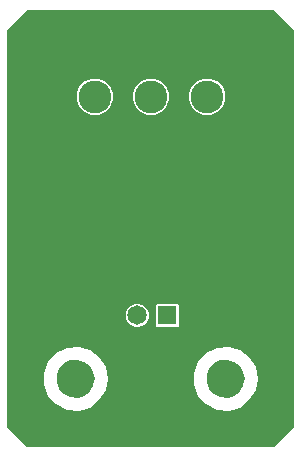
<source format=gbr>
G04 EAGLE Gerber RS-274X export*
G75*
%MOMM*%
%FSLAX34Y34*%
%LPD*%
%INBottom Copper*%
%IPPOS*%
%AMOC8*
5,1,8,0,0,1.08239X$1,22.5*%
G01*
%ADD10C,2.775000*%
%ADD11R,1.650000X1.650000*%
%ADD12C,1.650000*%

G36*
X231460Y5603D02*
X231460Y5603D01*
X231551Y5611D01*
X231581Y5623D01*
X231612Y5628D01*
X231693Y5671D01*
X231777Y5707D01*
X231809Y5733D01*
X231830Y5744D01*
X231852Y5767D01*
X231908Y5812D01*
X248188Y22092D01*
X248241Y22166D01*
X248301Y22235D01*
X248313Y22266D01*
X248332Y22292D01*
X248359Y22379D01*
X248393Y22464D01*
X248397Y22504D01*
X248404Y22527D01*
X248403Y22559D01*
X248411Y22630D01*
X248411Y358370D01*
X248397Y358460D01*
X248389Y358551D01*
X248377Y358581D01*
X248372Y358613D01*
X248329Y358693D01*
X248293Y358777D01*
X248267Y358809D01*
X248256Y358830D01*
X248233Y358852D01*
X248188Y358908D01*
X231908Y375188D01*
X231834Y375241D01*
X231765Y375301D01*
X231734Y375313D01*
X231708Y375332D01*
X231621Y375359D01*
X231536Y375393D01*
X231496Y375397D01*
X231473Y375404D01*
X231441Y375403D01*
X231370Y375411D01*
X22630Y375411D01*
X22540Y375397D01*
X22449Y375389D01*
X22419Y375377D01*
X22388Y375372D01*
X22307Y375329D01*
X22223Y375293D01*
X22191Y375267D01*
X22170Y375256D01*
X22148Y375233D01*
X22092Y375188D01*
X5812Y358908D01*
X5759Y358834D01*
X5699Y358765D01*
X5687Y358734D01*
X5668Y358708D01*
X5641Y358621D01*
X5607Y358536D01*
X5603Y358496D01*
X5596Y358473D01*
X5597Y358441D01*
X5589Y358370D01*
X5589Y22630D01*
X5603Y22540D01*
X5611Y22449D01*
X5623Y22419D01*
X5628Y22388D01*
X5671Y22307D01*
X5707Y22223D01*
X5733Y22191D01*
X5744Y22170D01*
X5767Y22148D01*
X5812Y22092D01*
X22092Y5812D01*
X22166Y5759D01*
X22235Y5699D01*
X22266Y5687D01*
X22292Y5668D01*
X22379Y5641D01*
X22464Y5607D01*
X22504Y5603D01*
X22527Y5596D01*
X22559Y5597D01*
X22630Y5589D01*
X231370Y5589D01*
X231460Y5603D01*
G37*
%LPC*%
G36*
X183022Y37218D02*
X183022Y37218D01*
X174033Y41694D01*
X167267Y49115D01*
X163640Y58479D01*
X163640Y68521D01*
X167267Y77885D01*
X174033Y85306D01*
X183022Y89782D01*
X193021Y90709D01*
X202680Y87961D01*
X210694Y81909D01*
X215980Y73371D01*
X217826Y63500D01*
X215980Y53629D01*
X210694Y45091D01*
X202680Y39039D01*
X193021Y36291D01*
X183022Y37218D01*
G37*
%LPD*%
%LPC*%
G36*
X56022Y37218D02*
X56022Y37218D01*
X47033Y41694D01*
X40267Y49115D01*
X36640Y58479D01*
X36640Y68521D01*
X40267Y77885D01*
X47033Y85306D01*
X56022Y89782D01*
X66021Y90709D01*
X75680Y87961D01*
X83694Y81909D01*
X88980Y73371D01*
X90826Y63500D01*
X88980Y53629D01*
X83694Y45091D01*
X75680Y39039D01*
X66021Y36291D01*
X56022Y37218D01*
G37*
%LPD*%
G36*
X192065Y47423D02*
X192065Y47423D01*
X192096Y47425D01*
X192108Y47430D01*
X192129Y47433D01*
X197573Y48982D01*
X197624Y49006D01*
X197679Y49021D01*
X197767Y49074D01*
X197795Y49087D01*
X197805Y49096D01*
X197823Y49107D01*
X202339Y52518D01*
X202379Y52559D01*
X202424Y52592D01*
X202488Y52673D01*
X202509Y52696D01*
X202515Y52708D01*
X202528Y52724D01*
X205507Y57536D01*
X205529Y57589D01*
X205560Y57637D01*
X205589Y57735D01*
X205601Y57763D01*
X205602Y57777D01*
X205608Y57797D01*
X206648Y63360D01*
X206650Y63417D01*
X206661Y63473D01*
X206653Y63575D01*
X206654Y63606D01*
X206650Y63619D01*
X206648Y63640D01*
X205608Y69203D01*
X205589Y69256D01*
X205579Y69312D01*
X205535Y69405D01*
X205525Y69434D01*
X205516Y69445D01*
X205507Y69464D01*
X202528Y74276D01*
X202491Y74319D01*
X202461Y74367D01*
X202387Y74438D01*
X202366Y74461D01*
X202355Y74468D01*
X202339Y74482D01*
X197823Y77893D01*
X197773Y77919D01*
X197728Y77954D01*
X197633Y77993D01*
X197605Y78008D01*
X197592Y78010D01*
X197573Y78018D01*
X192129Y79567D01*
X192073Y79573D01*
X192018Y79589D01*
X191916Y79591D01*
X191885Y79595D01*
X191872Y79592D01*
X191851Y79592D01*
X186215Y79070D01*
X186160Y79056D01*
X186104Y79051D01*
X186007Y79016D01*
X185977Y79008D01*
X185966Y79001D01*
X185946Y78994D01*
X180880Y76471D01*
X180834Y76438D01*
X180783Y76413D01*
X180706Y76345D01*
X180681Y76327D01*
X180673Y76316D01*
X180657Y76302D01*
X176844Y72120D01*
X176813Y72072D01*
X176774Y72031D01*
X176727Y71940D01*
X176710Y71914D01*
X176707Y71901D01*
X176697Y71882D01*
X174652Y66605D01*
X174641Y66549D01*
X174619Y66496D01*
X174608Y66394D01*
X174602Y66364D01*
X174603Y66351D01*
X174601Y66330D01*
X174601Y60670D01*
X174610Y60614D01*
X174609Y60557D01*
X174636Y60458D01*
X174641Y60428D01*
X174647Y60416D01*
X174652Y60395D01*
X176697Y55118D01*
X176726Y55069D01*
X176745Y55016D01*
X176806Y54933D01*
X176822Y54906D01*
X176832Y54897D01*
X176844Y54880D01*
X180657Y50698D01*
X180701Y50662D01*
X180739Y50620D01*
X180825Y50564D01*
X180850Y50545D01*
X180862Y50541D01*
X180880Y50529D01*
X185946Y48006D01*
X186001Y47990D01*
X186051Y47964D01*
X186152Y47943D01*
X186181Y47934D01*
X186195Y47934D01*
X186215Y47930D01*
X191851Y47408D01*
X191907Y47412D01*
X191964Y47406D01*
X192065Y47423D01*
G37*
G36*
X65065Y47423D02*
X65065Y47423D01*
X65096Y47425D01*
X65108Y47430D01*
X65129Y47433D01*
X70573Y48982D01*
X70624Y49006D01*
X70679Y49021D01*
X70767Y49074D01*
X70795Y49087D01*
X70805Y49096D01*
X70823Y49107D01*
X75339Y52518D01*
X75379Y52559D01*
X75424Y52592D01*
X75488Y52673D01*
X75509Y52696D01*
X75515Y52708D01*
X75528Y52724D01*
X78507Y57536D01*
X78529Y57589D01*
X78560Y57637D01*
X78589Y57735D01*
X78601Y57763D01*
X78602Y57777D01*
X78608Y57797D01*
X79648Y63360D01*
X79650Y63417D01*
X79661Y63473D01*
X79653Y63575D01*
X79654Y63606D01*
X79650Y63619D01*
X79648Y63640D01*
X78608Y69203D01*
X78589Y69256D01*
X78579Y69312D01*
X78535Y69405D01*
X78525Y69434D01*
X78516Y69445D01*
X78507Y69464D01*
X75528Y74276D01*
X75491Y74319D01*
X75461Y74367D01*
X75387Y74438D01*
X75366Y74461D01*
X75355Y74468D01*
X75339Y74482D01*
X70823Y77893D01*
X70773Y77919D01*
X70728Y77954D01*
X70633Y77993D01*
X70605Y78008D01*
X70592Y78010D01*
X70573Y78018D01*
X65129Y79567D01*
X65073Y79573D01*
X65018Y79589D01*
X64916Y79591D01*
X64885Y79595D01*
X64872Y79592D01*
X64851Y79592D01*
X59215Y79070D01*
X59160Y79056D01*
X59104Y79051D01*
X59007Y79016D01*
X58977Y79008D01*
X58966Y79001D01*
X58946Y78994D01*
X53880Y76471D01*
X53834Y76438D01*
X53783Y76413D01*
X53706Y76345D01*
X53681Y76327D01*
X53673Y76316D01*
X53657Y76302D01*
X49844Y72120D01*
X49813Y72072D01*
X49774Y72031D01*
X49727Y71940D01*
X49710Y71914D01*
X49707Y71901D01*
X49697Y71882D01*
X47652Y66605D01*
X47641Y66549D01*
X47619Y66496D01*
X47608Y66394D01*
X47602Y66364D01*
X47603Y66351D01*
X47601Y66330D01*
X47601Y60670D01*
X47610Y60614D01*
X47609Y60557D01*
X47636Y60458D01*
X47641Y60428D01*
X47647Y60416D01*
X47652Y60395D01*
X49697Y55118D01*
X49726Y55069D01*
X49745Y55016D01*
X49806Y54933D01*
X49822Y54906D01*
X49832Y54897D01*
X49844Y54880D01*
X53657Y50698D01*
X53701Y50662D01*
X53739Y50620D01*
X53825Y50564D01*
X53850Y50545D01*
X53862Y50541D01*
X53880Y50529D01*
X58946Y48006D01*
X59001Y47990D01*
X59051Y47964D01*
X59152Y47943D01*
X59181Y47934D01*
X59195Y47934D01*
X59215Y47930D01*
X64851Y47408D01*
X64907Y47412D01*
X64964Y47406D01*
X65065Y47423D01*
G37*
%LPC*%
G36*
X171797Y286760D02*
X171797Y286760D01*
X166137Y289105D01*
X161805Y293437D01*
X159460Y299097D01*
X159460Y305223D01*
X161805Y310883D01*
X166137Y315215D01*
X171797Y317560D01*
X177923Y317560D01*
X183583Y315215D01*
X187915Y310883D01*
X190260Y305223D01*
X190260Y299097D01*
X187915Y293437D01*
X183583Y289105D01*
X177923Y286760D01*
X171797Y286760D01*
G37*
%LPD*%
%LPC*%
G36*
X124297Y286760D02*
X124297Y286760D01*
X118637Y289105D01*
X114305Y293437D01*
X111960Y299097D01*
X111960Y305223D01*
X114305Y310883D01*
X118637Y315215D01*
X124297Y317560D01*
X130423Y317560D01*
X136083Y315215D01*
X140415Y310883D01*
X142760Y305223D01*
X142760Y299097D01*
X140415Y293437D01*
X136083Y289105D01*
X130423Y286760D01*
X124297Y286760D01*
G37*
%LPD*%
%LPC*%
G36*
X76797Y286760D02*
X76797Y286760D01*
X71137Y289105D01*
X66805Y293437D01*
X64460Y299097D01*
X64460Y305223D01*
X66805Y310883D01*
X71137Y315215D01*
X76797Y317560D01*
X82923Y317560D01*
X88583Y315215D01*
X92915Y310883D01*
X95260Y305223D01*
X95260Y299097D01*
X92915Y293437D01*
X88583Y289105D01*
X82923Y286760D01*
X76797Y286760D01*
G37*
%LPD*%
%LPC*%
G36*
X132118Y107225D02*
X132118Y107225D01*
X131225Y108118D01*
X131225Y125882D01*
X132118Y126775D01*
X149882Y126775D01*
X150775Y125882D01*
X150775Y108118D01*
X149882Y107225D01*
X132118Y107225D01*
G37*
%LPD*%
%LPC*%
G36*
X113656Y107225D02*
X113656Y107225D01*
X110063Y108713D01*
X107313Y111463D01*
X105825Y115056D01*
X105825Y118944D01*
X107313Y122537D01*
X110063Y125287D01*
X113656Y126775D01*
X117544Y126775D01*
X121137Y125287D01*
X123887Y122537D01*
X125375Y118944D01*
X125375Y115056D01*
X123887Y111463D01*
X121137Y108713D01*
X117544Y107225D01*
X113656Y107225D01*
G37*
%LPD*%
D10*
X174860Y302160D03*
X79860Y302160D03*
X127360Y302160D03*
D11*
X141000Y117000D03*
D12*
X115600Y117000D03*
M02*

</source>
